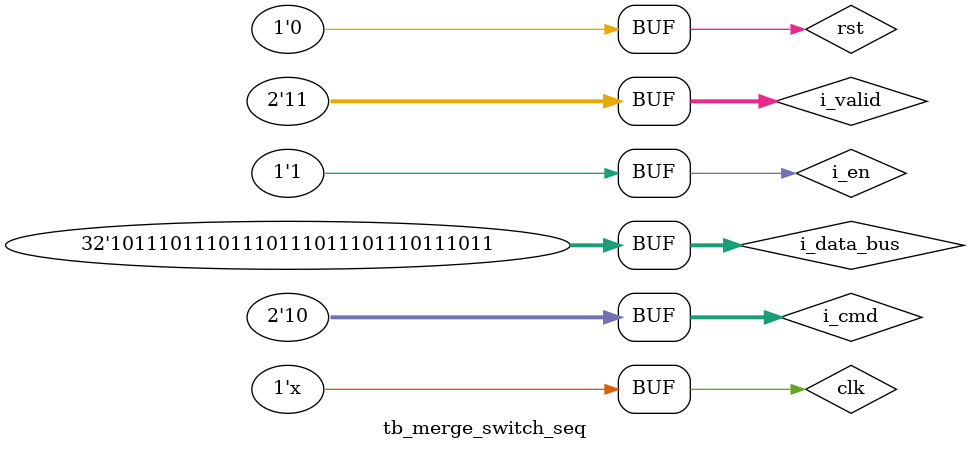
<source format=v>
`timescale 1ns / 1ps


module tb_merge_switch_seq();

	parameter DATA_WIDTH  = 32;

    // timing signals
    reg                            clk;
    reg                            rst;

    // data signals
	reg    [1:0]                   i_valid;        // valid input data signal
	reg    [DATA_WIDTH-1:0]        i_data_bus;     // input data bus coming into mux
	
	wire                           o_valid;        // output valid
    wire   [2*DATA_WIDTH-1:0]      o_data_bus;     // output data 

	// control signals
	reg                            i_en;           // mux enable
	reg    [1:0]                   i_cmd;          // command 
                                // 0 --> Branch_left
                                // 1 --> Branch_right
    
    // Test case declaration
    // all cases for control
    initial 
    begin
        clk = 1'b0;
        // not enable at start
        #20
        rst = 1'b1;
        i_valid = 2'b00;
        i_data_bus = {(DATA_WIDTH>>2){4'hA}};
        i_en = 1'b1;
        i_cmd = 2'b00;
        
        // rst active;
        #20
        rst = 1'b1;
        i_valid = 2'b11;
        i_data_bus = {(DATA_WIDTH>>2){4'hA}};
        i_en = 1'b1;
        i_cmd = 2'b00;
        
        // input active -- branch_low
        #20
        rst = 1'b0;
        i_valid = 2'b11;
        i_data_bus = {(DATA_WIDTH>>2){4'hA}};
        i_en = 1'b1;
        i_cmd = 2'b01;
    
        // input active -- branch_high
        #20
        rst = 1'b0;
        i_valid = 2'b11;
        i_data_bus = {(DATA_WIDTH>>2){4'hA}};
        i_en = 1'b1;
        i_cmd = 2'b10;
        
        // input active -- duplicate
        #20
        rst = 1'b0;
        i_valid = 2'b11;
        i_data_bus = {(DATA_WIDTH>>2){4'hA}};
        i_en = 1'b1;
        i_cmd = 2'b11;
        
        // disable in progress
        #20
        rst = 1'b0;
        i_valid = 2'b11;
        i_data_bus = {(DATA_WIDTH>>2){4'hA}};
        i_en = 1'b0;
        i_cmd = 2'b11;
         
        
        // enable in progress
        #20
        rst = 1'b0;
        i_valid = 2'b11;
        i_data_bus = {(DATA_WIDTH>>2){4'hA}};
        i_en = 1'b1;
        i_cmd = 2'b11;
        
        // reset half way
        #20
        rst = 1'b1;
        i_valid = 2'b11;
        i_data_bus = {(DATA_WIDTH>>2){4'hA}};
        i_en = 1'b1;
        i_cmd = 2'b11;
        
        // change data half way
        #20
        rst = 1'b0;
        i_valid = 2'b11;
        i_data_bus = {(DATA_WIDTH>>2){4'hB}};
        i_en = 1'b1;
        i_cmd = 2'b11;
        
        // invalid high output 
        #20
        rst = 1'b0;
        i_valid = 2'b11;
        i_data_bus = {(DATA_WIDTH>>2){4'hB}};
        i_en = 1'b1;
        i_cmd = 2'b01;
       
        // invalid low output 
        #20
        rst = 1'b0;
        i_valid = 2'b11;
        i_data_bus = {(DATA_WIDTH>>2){4'hB}};
        i_en = 1'b1;
        i_cmd = 2'b10;
end


    // instantiate DUT (device under test)
    merge_switch_seq #(
		.DATA_WIDTH(DATA_WIDTH)
	) dut(
	    .clk(clk),
	    .rst(rst),
		.i_valid(i_valid),
		.i_data_bus(i_data_bus),
		.o_valid(o_valid),
		.o_data_bus(o_data_bus),
		.i_en(i_en),
		.i_cmd(i_cmd)
	);

    always#5 clk=~clk;

endmodule


</source>
